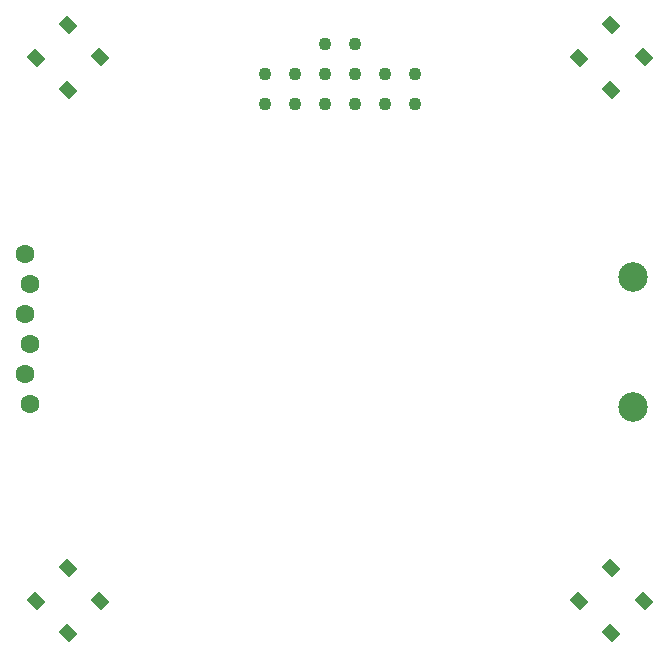
<source format=gbs>
G04*
G04 #@! TF.GenerationSoftware,Altium Limited,Altium Designer,22.2.1 (43)*
G04*
G04 Layer_Color=16711935*
%FSLAX44Y44*%
%MOMM*%
G71*
G04*
G04 #@! TF.SameCoordinates,94726236-D1AE-4565-9949-D72E77048C11*
G04*
G04*
G04 #@! TF.FilePolarity,Negative*
G04*
G01*
G75*
%ADD65C,1.1000*%
%ADD74C,0.1000*%
%ADD75C,2.5000*%
%ADD76C,1.6000*%
G04:AMPARAMS|DCode=108|XSize=1.2mm|YSize=1mm|CornerRadius=0mm|HoleSize=0mm|Usage=FLASHONLY|Rotation=315.000|XOffset=0mm|YOffset=0mm|HoleType=Round|Shape=Rectangle|*
%AMROTATEDRECTD108*
4,1,4,-0.7778,0.0707,-0.0707,0.7778,0.7778,-0.0707,0.0707,-0.7778,-0.7778,0.0707,0.0*
%
%ADD108ROTATEDRECTD108*%

D65*
X12700Y241300D02*
D03*
X-12700D02*
D03*
X63500Y215900D02*
D03*
X38100D02*
D03*
X12700Y190500D02*
D03*
X-12700D02*
D03*
X-38100Y215900D02*
D03*
X-63500D02*
D03*
X63500Y190500D02*
D03*
X38100D02*
D03*
X12700Y215900D02*
D03*
X-12700D02*
D03*
X-38100Y190500D02*
D03*
X-63500D02*
D03*
D74*
X200000Y-200000D02*
D03*
X-200000D02*
D03*
Y200000D02*
D03*
X200000D02*
D03*
D75*
X248500Y44000D02*
D03*
Y-66000D02*
D03*
D76*
X-266000Y64000D02*
D03*
X-262000Y38600D02*
D03*
X-266000Y13200D02*
D03*
X-262000Y-12200D02*
D03*
X-266000Y-37600D02*
D03*
X-262000Y-63000D02*
D03*
D108*
X230177Y257400D02*
D03*
X257400Y230177D02*
D03*
X202600Y229823D02*
D03*
X229823Y202600D02*
D03*
X-229823Y-202600D02*
D03*
X-202600Y-229823D02*
D03*
X-257400Y-230177D02*
D03*
X-230177Y-257400D02*
D03*
X230177Y-202600D02*
D03*
X257400Y-229823D02*
D03*
X202600Y-230177D02*
D03*
X229823Y-257400D02*
D03*
X-229823Y257400D02*
D03*
X-202600Y230177D02*
D03*
X-257400Y229823D02*
D03*
X-230177Y202600D02*
D03*
M02*

</source>
